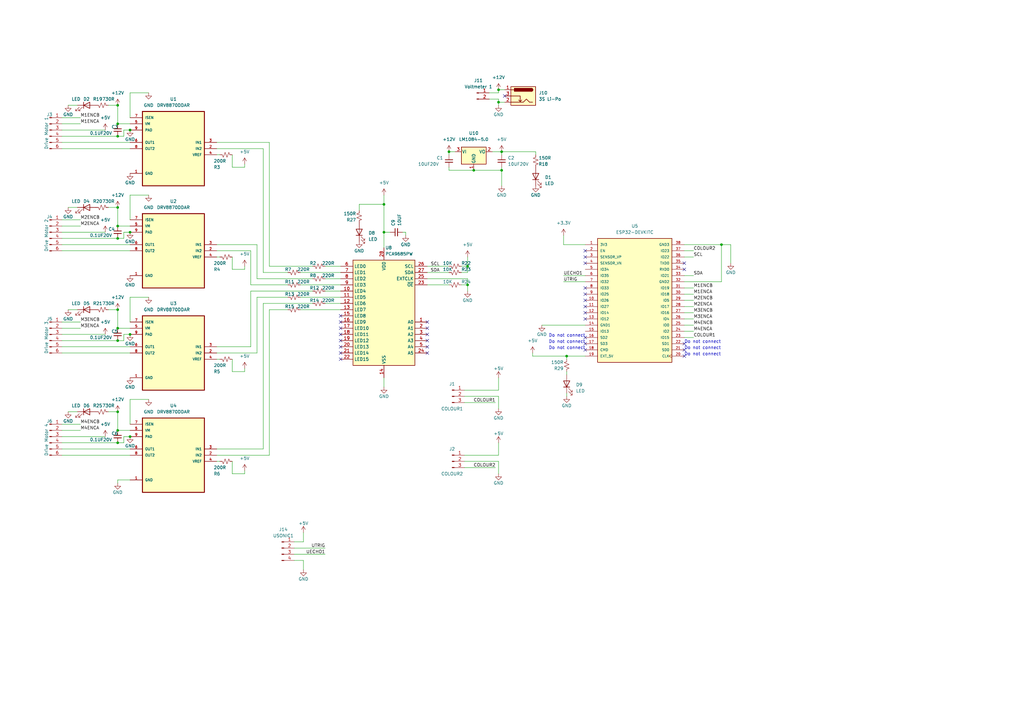
<source format=kicad_sch>
(kicad_sch (version 20211123) (generator eeschema)
  (paper "A3")
  (lib_symbols
    (symbol "Connector:Barrel_Jack_Switch" (pin_names hide)
      (property "Reference" "J" (at 0 5.334 0))
      (property "Value" "Barrel_Jack_Switch" (at 0 -5.08 0))
      (symbol "Barrel_Jack_Switch_0_1"
        (rectangle (start -5.08 3.81) (end 5.08 -3.81) (stroke (width 0.254)) (fill (type background)))
        (arc (start -3.302 3.175) (mid -3.937 2.54) (end -3.302 1.905) (stroke (width 0.254)))
        (arc (start -3.302 3.175) (mid -3.937 2.54) (end -3.302 1.905) (stroke (width 0.254)) (fill (type outline)))
        (polyline (pts (xy 1.27 -2.286) (xy 1.905 -1.651)) (stroke (width 0.254)))
        (polyline (pts (xy 5.08 2.54) (xy 3.81 2.54)) (stroke (width 0.254)))
        (polyline (pts (xy 5.08 0) (xy 1.27 0) (xy 1.27 -2.286) (xy 0.635 -1.651)) (stroke (width 0.254)))
        (polyline (pts (xy -3.81 -2.54) (xy -2.54 -2.54) (xy -1.27 -1.27) (xy 0 -2.54) (xy 2.54 -2.54) (xy 5.08 -2.54)) (stroke (width 0.254)))
        (rectangle (start 3.683 3.175) (end -3.302 1.905) (stroke (width 0.254)) (fill (type outline)))
      )
      (symbol "Barrel_Jack_Switch_1_1"
        (pin passive line (at 7.62 2.54 180) (length 2.54) (name "~") (number "1"))
        (pin passive line (at 7.62 -2.54 180) (length 2.54) (name "~") (number "2"))
        (pin passive line (at 7.62 0 180) (length 2.54) (name "~") (number "3"))
      )
    )
    (symbol "Connector:Conn_01x02_Male" (pin_names (offset 1.016) hide)
      (property "Reference" "J" (at 0 2.54 0))
      (property "Value" "Conn_01x02_Male" (at 0 -5.08 0))
      (symbol "Conn_01x02_Male_1_1"
        (polyline (pts (xy 1.27 -2.54) (xy 0.8636 -2.54)) (stroke (width 0.1524)))
        (polyline (pts (xy 1.27 0) (xy 0.8636 0)) (stroke (width 0.1524)))
        (rectangle (start 0.8636 -2.413) (end 0 -2.667) (stroke (width 0.1524)) (fill (type outline)))
        (rectangle (start 0.8636 0.127) (end 0 -0.127) (stroke (width 0.1524)) (fill (type outline)))
        (pin passive line (at 5.08 0 180) (length 3.81) (name "Pin_1") (number "1"))
        (pin passive line (at 5.08 -2.54 180) (length 3.81) (name "Pin_2") (number "2"))
      )
    )
    (symbol "Connector:Conn_01x03_Male" (pin_names (offset 1.016) hide)
      (property "Reference" "J" (at 0 5.08 0))
      (property "Value" "Conn_01x03_Male" (at 0 -5.08 0))
      (symbol "Conn_01x03_Male_1_1"
        (polyline (pts (xy 1.27 -2.54) (xy 0.8636 -2.54)) (stroke (width 0.1524)))
        (polyline (pts (xy 1.27 0) (xy 0.8636 0)) (stroke (width 0.1524)))
        (polyline (pts (xy 1.27 2.54) (xy 0.8636 2.54)) (stroke (width 0.1524)))
        (rectangle (start 0.8636 -2.413) (end 0 -2.667) (stroke (width 0.1524)) (fill (type outline)))
        (rectangle (start 0.8636 0.127) (end 0 -0.127) (stroke (width 0.1524)) (fill (type outline)))
        (rectangle (start 0.8636 2.667) (end 0 2.413) (stroke (width 0.1524)) (fill (type outline)))
        (pin passive line (at 5.08 2.54 180) (length 3.81) (name "Pin_1") (number "1"))
        (pin passive line (at 5.08 0 180) (length 3.81) (name "Pin_2") (number "2"))
        (pin passive line (at 5.08 -2.54 180) (length 3.81) (name "Pin_3") (number "3"))
      )
    )
    (symbol "Connector:Conn_01x04_Male" (pin_names (offset 1.016) hide)
      (property "Reference" "J" (at 0 5.08 0))
      (property "Value" "Conn_01x04_Male" (at 0 -7.62 0))
      (symbol "Conn_01x04_Male_1_1"
        (polyline (pts (xy 1.27 -5.08) (xy 0.8636 -5.08)) (stroke (width 0.1524)))
        (polyline (pts (xy 1.27 -2.54) (xy 0.8636 -2.54)) (stroke (width 0.1524)))
        (polyline (pts (xy 1.27 0) (xy 0.8636 0)) (stroke (width 0.1524)))
        (polyline (pts (xy 1.27 2.54) (xy 0.8636 2.54)) (stroke (width 0.1524)))
        (rectangle (start 0.8636 -4.953) (end 0 -5.207) (stroke (width 0.1524)) (fill (type outline)))
        (rectangle (start 0.8636 -2.413) (end 0 -2.667) (stroke (width 0.1524)) (fill (type outline)))
        (rectangle (start 0.8636 0.127) (end 0 -0.127) (stroke (width 0.1524)) (fill (type outline)))
        (rectangle (start 0.8636 2.667) (end 0 2.413) (stroke (width 0.1524)) (fill (type outline)))
        (pin passive line (at 5.08 2.54 180) (length 3.81) (name "Pin_1") (number "1"))
        (pin passive line (at 5.08 0 180) (length 3.81) (name "Pin_2") (number "2"))
        (pin passive line (at 5.08 -2.54 180) (length 3.81) (name "Pin_3") (number "3"))
        (pin passive line (at 5.08 -5.08 180) (length 3.81) (name "Pin_4") (number "4"))
      )
    )
    (symbol "Connector:Conn_01x06_Male" (pin_names (offset 1.016) hide)
      (property "Reference" "J" (at 0 7.62 0))
      (property "Value" "Conn_01x06_Male" (at 0 -10.16 0))
      (symbol "Conn_01x06_Male_1_1"
        (polyline (pts (xy 1.27 -7.62) (xy 0.8636 -7.62)) (stroke (width 0.1524)))
        (polyline (pts (xy 1.27 -5.08) (xy 0.8636 -5.08)) (stroke (width 0.1524)))
        (polyline (pts (xy 1.27 -2.54) (xy 0.8636 -2.54)) (stroke (width 0.1524)))
        (polyline (pts (xy 1.27 0) (xy 0.8636 0)) (stroke (width 0.1524)))
        (polyline (pts (xy 1.27 2.54) (xy 0.8636 2.54)) (stroke (width 0.1524)))
        (polyline (pts (xy 1.27 5.08) (xy 0.8636 5.08)) (stroke (width 0.1524)))
        (rectangle (start 0.8636 -7.493) (end 0 -7.747) (stroke (width 0.1524)) (fill (type outline)))
        (rectangle (start 0.8636 -4.953) (end 0 -5.207) (stroke (width 0.1524)) (fill (type outline)))
        (rectangle (start 0.8636 -2.413) (end 0 -2.667) (stroke (width 0.1524)) (fill (type outline)))
        (rectangle (start 0.8636 0.127) (end 0 -0.127) (stroke (width 0.1524)) (fill (type outline)))
        (rectangle (start 0.8636 2.667) (end 0 2.413) (stroke (width 0.1524)) (fill (type outline)))
        (rectangle (start 0.8636 5.207) (end 0 4.953) (stroke (width 0.1524)) (fill (type outline)))
        (pin passive line (at 5.08 5.08 180) (length 3.81) (name "Pin_1") (number "1"))
        (pin passive line (at 5.08 2.54 180) (length 3.81) (name "Pin_2") (number "2"))
        (pin passive line (at 5.08 0 180) (length 3.81) (name "Pin_3") (number "3"))
        (pin passive line (at 5.08 -2.54 180) (length 3.81) (name "Pin_4") (number "4"))
        (pin passive line (at 5.08 -5.08 180) (length 3.81) (name "Pin_5") (number "5"))
        (pin passive line (at 5.08 -7.62 180) (length 3.81) (name "Pin_6") (number "6"))
      )
    )
    (symbol "DRV8870DDAR:DRV8870DDAR" (pin_names (offset 1.016))
      (property "Reference" "U" (at -12.7 16.24 0))
      (property "Value" "DRV8870DDAR" (at -12.7 -19.24 0))
      (symbol "DRV8870DDAR_0_0"
        (rectangle (start -12.7 -15.24) (end 12.7 15.24) (stroke (width 0.41)) (fill (type background)))
        (pin power_in line (at 17.78 -10.16 180) (length 5.08) (name "GND") (number "1"))
        (pin input line (at -17.78 0 0) (length 5.08) (name "IN2") (number "2"))
        (pin input line (at -17.78 2.54 0) (length 5.08) (name "IN1") (number "3"))
        (pin input line (at -17.78 -2.54 0) (length 5.08) (name "VREF") (number "4"))
        (pin power_in line (at 17.78 10.16 180) (length 5.08) (name "VM") (number "5"))
        (pin output line (at 17.78 2.54 180) (length 5.08) (name "OUT1") (number "6"))
        (pin power_in line (at 17.78 12.7 180) (length 5.08) (name "ISEN") (number "7"))
        (pin output line (at 17.78 0 180) (length 5.08) (name "OUT2") (number "8"))
        (pin power_in line (at 17.78 7.62 180) (length 5.08) (name "PAD") (number "9"))
      )
    )
    (symbol "Device:C_Small" (pin_numbers hide) (pin_names (offset 0.254) hide)
      (property "Reference" "C" (at 0.254 1.778 0))
      (property "Value" "C_Small" (at 0.254 -2.032 0))
      (symbol "C_Small_0_1"
        (polyline (pts (xy -1.524 -0.508) (xy 1.524 -0.508)) (stroke (width 0.3302)))
        (polyline (pts (xy -1.524 0.508) (xy 1.524 0.508)) (stroke (width 0.3048)))
      )
      (symbol "C_Small_1_1"
        (pin passive line (at 0 2.54 270) (length 2.032) (name "~") (number "1"))
        (pin passive line (at 0 -2.54 90) (length 2.032) (name "~") (number "2"))
      )
    )
    (symbol "Device:LED" (pin_numbers hide) (pin_names (offset 1.016) hide)
      (property "Reference" "D" (at 0 2.54 0))
      (property "Value" "LED" (at 0 -2.54 0))
      (symbol "LED_0_1"
        (polyline (pts (xy -1.27 -1.27) (xy -1.27 1.27)) (stroke (width 0.254)))
        (polyline (pts (xy -1.27 0) (xy 1.27 0)))
        (polyline (pts (xy 1.27 -1.27) (xy 1.27 1.27) (xy -1.27 0) (xy 1.27 -1.27)) (stroke (width 0.254)))
        (polyline (pts (xy -3.048 -0.762) (xy -4.572 -2.286) (xy -3.81 -2.286) (xy -4.572 -2.286) (xy -4.572 -1.524)))
        (polyline (pts (xy -1.778 -0.762) (xy -3.302 -2.286) (xy -2.54 -2.286) (xy -3.302 -2.286) (xy -3.302 -1.524)))
      )
      (symbol "LED_1_1"
        (pin passive line (at -3.81 0 0) (length 2.54) (name "K") (number "1"))
        (pin passive line (at 3.81 0 180) (length 2.54) (name "A") (number "2"))
      )
    )
    (symbol "Device:R_Small_US" (pin_numbers hide) (pin_names (offset 0.254) hide)
      (property "Reference" "R" (at 0.762 0.508 0))
      (property "Value" "R_Small_US" (at 0.762 -1.016 0))
      (symbol "R_Small_US_1_1"
        (polyline (pts (xy 0 0) (xy 1.016 -0.381) (xy 0 -0.762) (xy -1.016 -1.143) (xy 0 -1.524)))
        (polyline (pts (xy 0 1.524) (xy 1.016 1.143) (xy 0 0.762) (xy -1.016 0.381) (xy 0 0)))
        (pin passive line (at 0 2.54 270) (length 1.016) (name "~") (number "1"))
        (pin passive line (at 0 -2.54 90) (length 1.016) (name "~") (number "2"))
      )
    )
    (symbol "Driver_LED:PCA9685PW"
      (property "Reference" "U" (at -12.7 22.225 0))
      (property "Value" "PCA9685PW" (at 1.27 22.225 0))
      (symbol "PCA9685PW_0_1"
        (rectangle (start -12.7 20.32) (end 12.7 -22.86) (stroke (width 0.254)) (fill (type background)))
      )
      (symbol "PCA9685PW_1_1"
        (pin input line (at -17.78 -5.08 0) (length 5.08) (name "A0") (number "1"))
        (pin output line (at 17.78 7.62 180) (length 5.08) (name "LED4") (number "10"))
        (pin output line (at 17.78 5.08 180) (length 5.08) (name "LED5") (number "11"))
        (pin output line (at 17.78 2.54 180) (length 5.08) (name "LED6") (number "12"))
        (pin output line (at 17.78 0 180) (length 5.08) (name "LED7") (number "13"))
        (pin power_in line (at 0 -27.94 90) (length 5.08) (name "VSS") (number "14"))
        (pin output line (at 17.78 -2.54 180) (length 5.08) (name "LED8") (number "15"))
        (pin output line (at 17.78 -5.08 180) (length 5.08) (name "LED9") (number "16"))
        (pin output line (at 17.78 -7.62 180) (length 5.08) (name "LED10") (number "17"))
        (pin output line (at 17.78 -10.16 180) (length 5.08) (name "LED11") (number "18"))
        (pin output line (at 17.78 -12.7 180) (length 5.08) (name "LED12") (number "19"))
        (pin input line (at -17.78 -7.62 0) (length 5.08) (name "A1") (number "2"))
        (pin output line (at 17.78 -15.24 180) (length 5.08) (name "LED13") (number "20"))
        (pin output line (at 17.78 -17.78 180) (length 5.08) (name "LED14") (number "21"))
        (pin output line (at 17.78 -20.32 180) (length 5.08) (name "LED15") (number "22"))
        (pin input line (at -17.78 10.16 0) (length 5.08) (name "~{OE}") (number "23"))
        (pin input line (at -17.78 -17.78 0) (length 5.08) (name "A5") (number "24"))
        (pin input line (at -17.78 12.7 0) (length 5.08) (name "EXTCLK") (number "25"))
        (pin input line (at -17.78 17.78 0) (length 5.08) (name "SCL") (number "26"))
        (pin bidirectional line (at -17.78 15.24 0) (length 5.08) (name "SDA") (number "27"))
        (pin power_in line (at 0 25.4 270) (length 5.08) (name "VDD") (number "28"))
        (pin input line (at -17.78 -10.16 0) (length 5.08) (name "A2") (number "3"))
        (pin input line (at -17.78 -12.7 0) (length 5.08) (name "A3") (number "4"))
        (pin input line (at -17.78 -15.24 0) (length 5.08) (name "A4") (number "5"))
        (pin output line (at 17.78 17.78 180) (length 5.08) (name "LED0") (number "6"))
        (pin output line (at 17.78 15.24 180) (length 5.08) (name "LED1") (number "7"))
        (pin output line (at 17.78 12.7 180) (length 5.08) (name "LED2") (number "8"))
        (pin output line (at 17.78 10.16 180) (length 5.08) (name "LED3") (number "9"))
      )
    )
    (symbol "ESP32-DEVKITC:ESP32-DEVKITC" (pin_names (offset 1.016))
      (property "Reference" "U" (at -15.2572 26.0643 0))
      (property "Value" "ESP32-DEVKITC" (at -15.2563 -27.9698 0))
      (symbol "ESP32-DEVKITC_0_0"
        (rectangle (start -15.24 -25.4) (end 15.24 25.4) (stroke (width 0.254)) (fill (type background)))
        (pin power_in line (at -20.32 22.86 0) (length 5.08) (name "3V3") (number "1"))
        (pin bidirectional line (at -20.32 0 0) (length 5.08) (name "IO26") (number "10"))
        (pin bidirectional line (at -20.32 -2.54 0) (length 5.08) (name "IO27") (number "11"))
        (pin bidirectional line (at -20.32 -5.08 0) (length 5.08) (name "IO14") (number "12"))
        (pin bidirectional line (at -20.32 -7.62 0) (length 5.08) (name "IO12") (number "13"))
        (pin power_in line (at -20.32 -10.16 0) (length 5.08) (name "GND1") (number "14"))
        (pin bidirectional line (at -20.32 -12.7 0) (length 5.08) (name "IO13") (number "15"))
        (pin bidirectional line (at -20.32 -15.24 0) (length 5.08) (name "SD2") (number "16"))
        (pin bidirectional line (at -20.32 -17.78 0) (length 5.08) (name "SD3") (number "17"))
        (pin bidirectional line (at -20.32 -20.32 0) (length 5.08) (name "CMD") (number "18"))
        (pin power_in line (at -20.32 -22.86 0) (length 5.08) (name "EXT_5V") (number "19"))
        (pin input line (at -20.32 20.32 0) (length 5.08) (name "EN") (number "2"))
        (pin input clock (at 20.32 -22.86 180) (length 5.08) (name "CLK") (number "20"))
        (pin bidirectional line (at 20.32 -20.32 180) (length 5.08) (name "SD0") (number "21"))
        (pin bidirectional line (at 20.32 -17.78 180) (length 5.08) (name "SD1") (number "22"))
        (pin bidirectional line (at 20.32 -15.24 180) (length 5.08) (name "IO15") (number "23"))
        (pin bidirectional line (at 20.32 -12.7 180) (length 5.08) (name "IO2") (number "24"))
        (pin bidirectional line (at 20.32 -10.16 180) (length 5.08) (name "IO0") (number "25"))
        (pin bidirectional line (at 20.32 -7.62 180) (length 5.08) (name "IO4") (number "26"))
        (pin bidirectional line (at 20.32 -5.08 180) (length 5.08) (name "IO16") (number "27"))
        (pin bidirectional line (at 20.32 -2.54 180) (length 5.08) (name "IO17") (number "28"))
        (pin bidirectional line (at 20.32 0 180) (length 5.08) (name "IO5") (number "29"))
        (pin input line (at -20.32 17.78 0) (length 5.08) (name "SENSOR_VP") (number "3"))
        (pin bidirectional line (at 20.32 2.54 180) (length 5.08) (name "IO18") (number "30"))
        (pin bidirectional line (at 20.32 5.08 180) (length 5.08) (name "IO19") (number "31"))
        (pin power_in line (at 20.32 7.62 180) (length 5.08) (name "GND2") (number "32"))
        (pin bidirectional line (at 20.32 10.16 180) (length 5.08) (name "IO21") (number "33"))
        (pin input line (at 20.32 12.7 180) (length 5.08) (name "RXD0") (number "34"))
        (pin output line (at 20.32 15.24 180) (length 5.08) (name "TXD0") (number "35"))
        (pin bidirectional line (at 20.32 17.78 180) (length 5.08) (name "IO22") (number "36"))
        (pin bidirectional line (at 20.32 20.32 180) (length 5.08) (name "IO23") (number "37"))
        (pin power_in line (at 20.32 22.86 180) (length 5.08) (name "GND3") (number "38"))
        (pin input line (at -20.32 15.24 0) (length 5.08) (name "SENSOR_VN") (number "4"))
        (pin bidirectional line (at -20.32 12.7 0) (length 5.08) (name "IO34") (number "5"))
        (pin bidirectional line (at -20.32 10.16 0) (length 5.08) (name "IO35") (number "6"))
        (pin bidirectional line (at -20.32 7.62 0) (length 5.08) (name "IO32") (number "7"))
        (pin bidirectional line (at -20.32 5.08 0) (length 5.08) (name "IO33") (number "8"))
        (pin bidirectional line (at -20.32 2.54 0) (length 5.08) (name "IO25") (number "9"))
      )
    )
    (symbol "Regulator_Linear:LM1084-5.0" (pin_names (offset 0.254))
      (property "Reference" "U" (at -3.81 3.175 0))
      (property "Value" "LM1084-5.0" (at 0 3.175 0))
      (symbol "LM1084-5.0_0_1"
        (rectangle (start -5.08 1.905) (end 5.08 -5.08) (stroke (width 0.254)) (fill (type background)))
      )
      (symbol "LM1084-5.0_1_1"
        (pin power_in line (at 0 -7.62 90) (length 2.54) (name "GND") (number "1"))
        (pin power_out line (at 7.62 0 180) (length 2.54) (name "VO") (number "2"))
        (pin power_in line (at -7.62 0 0) (length 2.54) (name "VI") (number "3"))
      )
    )
    (symbol "power:+12V" (power) (pin_names (offset 0))
      (property "Value" "+12V" (at 0 3.556 0))
      (symbol "+12V_0_1"
        (polyline (pts (xy -0.762 1.27) (xy 0 2.54)))
        (polyline (pts (xy 0 0) (xy 0 2.54)))
        (polyline (pts (xy 0 2.54) (xy 0.762 1.27)))
      )
      (symbol "+12V_1_1"
        (pin power_in line (at 0 0 90) (length 0) hide (name "+12V") (number "1"))
      )
    )
    (symbol "power:+3.3V" (power) (pin_names (offset 0))
      (property "Value" "+3.3V" (at 0 3.556 0))
      (symbol "+3.3V_0_1"
        (polyline (pts (xy -0.762 1.27) (xy 0 2.54)))
        (polyline (pts (xy 0 0) (xy 0 2.54)))
        (polyline (pts (xy 0 2.54) (xy 0.762 1.27)))
      )
      (symbol "+3.3V_1_1"
        (pin power_in line (at 0 0 90) (length 0) hide (name "+3.3V") (number "1"))
      )
    )
    (symbol "power:+5V" (power) (pin_names (offset 0))
      (property "Value" "+5V" (at 0 3.556 0))
      (symbol "+5V_0_1"
        (polyline (pts (xy -0.762 1.27) (xy 0 2.54)))
        (polyline (pts (xy 0 0) (xy 0 2.54)))
        (polyline (pts (xy 0 2.54) (xy 0.762 1.27)))
      )
      (symbol "+5V_1_1"
        (pin power_in line (at 0 0 90) (length 0) hide (name "+5V") (number "1"))
      )
    )
    (symbol "power:GND" (power) (pin_names (offset 0))
      (property "Value" "GND" (at 0 -3.81 0))
      (symbol "GND_0_1"
        (polyline (pts (xy 0 0) (xy 0 -1.27) (xy 1.27 -1.27) (xy 0 -2.54) (xy -1.27 -1.27) (xy 0 -1.27)))
      )
      (symbol "GND_1_1"
        (pin power_in line (at 0 0 270) (length 0) hide (name "GND") (number "1"))
      )
    )
  )
  (junction (at 204.47 36.83))
  (junction (at 204.47 41.91))
  (junction (at 53.34 95.25))
  (junction (at 48.26 97.79))
  (junction (at 48.26 92.71))
  (junction (at 48.26 139.7))
  (junction (at 191.77 116.84))
  (junction (at 191.77 109.22))
  (junction (at 157.48 95.25))
  (junction (at 48.26 43.18))
  (junction (at 53.34 53.34))
  (junction (at 53.34 179.07))
  (junction (at 232.41 146.05))
  (junction (at 48.26 176.53))
  (junction (at 295.91 100.33))
  (junction (at 205.74 62.23))
  (junction (at 48.26 181.61))
  (junction (at 184.15 62.23))
  (junction (at 53.34 137.16))
  (junction (at 48.26 127))
  (junction (at 157.48 83.82))
  (junction (at 48.26 168.91))
  (junction (at 205.74 69.85))
  (junction (at 48.26 50.8))
  (junction (at 48.26 55.88))
  (junction (at 48.26 134.62))
  (junction (at 48.26 85.09))
  (junction (at 194.31 69.85))
  (no_connect (at 175.26 134.62))
  (no_connect (at 240.03 120.65))
  (no_connect (at 139.7 134.62))
  (no_connect (at 175.26 144.78))
  (no_connect (at 240.03 128.27))
  (no_connect (at 175.26 139.7))
  (no_connect (at 175.26 142.24))
  (no_connect (at 280.67 110.49))
  (no_connect (at 139.7 137.16))
  (no_connect (at 240.03 140.97))
  (no_connect (at 139.7 147.32))
  (no_connect (at 139.7 132.08))
  (no_connect (at 175.26 132.08))
  (no_connect (at 280.67 143.51))
  (no_connect (at 240.03 107.95))
  (no_connect (at 240.03 125.73))
  (no_connect (at 175.26 137.16))
  (no_connect (at 280.67 140.97))
  (no_connect (at 280.67 146.05))
  (no_connect (at 240.03 130.81))
  (no_connect (at 240.03 102.87))
  (no_connect (at 139.7 139.7))
  (no_connect (at 240.03 123.19))
  (no_connect (at 207.01 39.37))
  (no_connect (at 280.67 107.95))
  (no_connect (at 139.7 144.78))
  (no_connect (at 139.7 129.54))
  (no_connect (at 240.03 118.11))
  (no_connect (at 240.03 105.41))
  (no_connect (at 240.03 138.43))
  (no_connect (at 139.7 142.24))
  (no_connect (at 240.03 143.51))
  (wire (pts (xy 100.33 109.22) (xy 100.33 110.49)))
  (wire (pts (xy 53.34 80.01) (xy 60.96 80.01)))
  (wire (pts (xy 184.15 69.85) (xy 194.31 69.85)))
  (wire (pts (xy 201.93 62.23) (xy 205.74 62.23)))
  (wire (pts (xy 27.94 85.09) (xy 31.75 85.09)))
  (wire (pts (xy 204.47 36.83) (xy 207.01 36.83)))
  (wire (pts (xy 280.67 105.41) (xy 284.48 105.41)))
  (wire (pts (xy 175.26 114.3) (xy 191.77 114.3)))
  (wire (pts (xy 110.49 186.69) (xy 88.9 186.69)))
  (wire (pts (xy 53.34 38.1) (xy 53.34 48.26)))
  (wire (pts (xy 191.77 114.3) (xy 191.77 116.84)))
  (wire (pts (xy 107.95 60.96) (xy 88.9 60.96)))
  (wire (pts (xy 189.23 116.84) (xy 191.77 116.84)))
  (wire (pts (xy 53.34 121.92) (xy 53.34 132.08)))
  (wire (pts (xy 120.65 222.25) (xy 124.46 222.25)))
  (wire (pts (xy 100.33 151.13) (xy 100.33 152.4)))
  (wire (pts (xy 107.95 184.15) (xy 88.9 184.15)))
  (wire (pts (xy 110.49 109.22) (xy 110.49 58.42)))
  (wire (pts (xy 133.35 119.38) (xy 139.7 119.38)))
  (wire (pts (xy 200.66 38.1) (xy 204.47 38.1)))
  (wire (pts (xy 105.41 114.3) (xy 105.41 100.33)))
  (wire (pts (xy 27.94 168.91) (xy 31.75 168.91)))
  (wire (pts (xy 295.91 115.57) (xy 295.91 100.33)))
  (wire (pts (xy 44.45 43.18) (xy 48.26 43.18)))
  (wire (pts (xy 200.66 40.64) (xy 204.47 40.64)))
  (wire (pts (xy 280.67 115.57) (xy 295.91 115.57)))
  (wire (pts (xy 120.65 224.79) (xy 133.35 224.79)))
  (wire (pts (xy 157.48 154.94) (xy 157.48 158.75)))
  (wire (pts (xy 102.87 116.84) (xy 102.87 102.87)))
  (wire (pts (xy 184.15 68.58) (xy 184.15 69.85)))
  (wire (pts (xy 157.48 95.25) (xy 157.48 101.6)))
  (wire (pts (xy 189.23 109.22) (xy 191.77 109.22)))
  (wire (pts (xy 95.25 105.41) (xy 95.25 110.49)))
  (wire (pts (xy 204.47 38.1) (xy 204.47 36.83)))
  (wire (pts (xy 204.47 154.94) (xy 204.47 160.02)))
  (wire (pts (xy 53.34 80.01) (xy 53.34 90.17)))
  (wire (pts (xy 50.8 179.07) (xy 53.34 179.07)))
  (wire (pts (xy 190.5 189.23) (xy 204.47 189.23)))
  (wire (pts (xy 88.9 63.5) (xy 90.17 63.5)))
  (wire (pts (xy 280.67 128.27) (xy 284.48 128.27)))
  (wire (pts (xy 205.74 68.58) (xy 205.74 69.85)))
  (wire (pts (xy 25.4 184.15) (xy 53.34 184.15)))
  (wire (pts (xy 157.48 80.01) (xy 157.48 83.82)))
  (wire (pts (xy 204.47 181.61) (xy 204.47 186.69)))
  (wire (pts (xy 50.8 137.16) (xy 53.34 137.16)))
  (wire (pts (xy 53.34 163.83) (xy 60.96 163.83)))
  (wire (pts (xy 95.25 63.5) (xy 95.25 68.58)))
  (wire (pts (xy 280.67 130.81) (xy 284.48 130.81)))
  (wire (pts (xy 50.8 181.61) (xy 50.8 179.07)))
  (wire (pts (xy 105.41 144.78) (xy 88.9 144.78)))
  (wire (pts (xy 107.95 111.76) (xy 118.11 111.76)))
  (wire (pts (xy 25.4 181.61) (xy 48.26 181.61)))
  (wire (pts (xy 232.41 161.29) (xy 232.41 162.56)))
  (wire (pts (xy 147.32 83.82) (xy 157.48 83.82)))
  (wire (pts (xy 48.26 55.88) (xy 25.4 55.88)))
  (wire (pts (xy 27.94 43.18) (xy 31.75 43.18)))
  (wire (pts (xy 107.95 111.76) (xy 107.95 60.96)))
  (wire (pts (xy 100.33 193.04) (xy 100.33 194.31)))
  (wire (pts (xy 218.44 146.05) (xy 232.41 146.05)))
  (wire (pts (xy 48.26 168.91) (xy 48.26 176.53)))
  (wire (pts (xy 48.26 50.8) (xy 53.34 50.8)))
  (wire (pts (xy 50.8 95.25) (xy 53.34 95.25)))
  (wire (pts (xy 25.4 48.26) (xy 33.02 48.26)))
  (wire (pts (xy 25.4 97.79) (xy 48.26 97.79)))
  (wire (pts (xy 175.26 116.84) (xy 184.15 116.84)))
  (wire (pts (xy 120.65 229.87) (xy 124.46 229.87)))
  (wire (pts (xy 231.14 96.52) (xy 231.14 100.33)))
  (wire (pts (xy 95.25 110.49) (xy 100.33 110.49)))
  (wire (pts (xy 133.35 109.22) (xy 139.7 109.22)))
  (wire (pts (xy 95.25 68.58) (xy 100.33 68.58)))
  (wire (pts (xy 232.41 146.05) (xy 232.41 147.32)))
  (wire (pts (xy 27.94 127) (xy 31.75 127)))
  (wire (pts (xy 295.91 100.33) (xy 299.72 100.33)))
  (wire (pts (xy 194.31 69.85) (xy 205.74 69.85)))
  (wire (pts (xy 25.4 173.99) (xy 33.02 173.99)))
  (wire (pts (xy 95.25 194.31) (xy 100.33 194.31)))
  (wire (pts (xy 203.2 191.77) (xy 190.5 191.77)))
  (wire (pts (xy 102.87 102.87) (xy 88.9 102.87)))
  (wire (pts (xy 280.67 113.03) (xy 284.48 113.03)))
  (wire (pts (xy 124.46 218.44) (xy 124.46 222.25)))
  (wire (pts (xy 102.87 119.38) (xy 128.27 119.38)))
  (wire (pts (xy 88.9 189.23) (xy 90.17 189.23)))
  (wire (pts (xy 204.47 41.91) (xy 204.47 43.18)))
  (wire (pts (xy 157.48 83.82) (xy 157.48 95.25)))
  (wire (pts (xy 232.41 152.4) (xy 232.41 153.67)))
  (wire (pts (xy 107.95 124.46) (xy 107.95 184.15)))
  (wire (pts (xy 231.14 113.03) (xy 240.03 113.03)))
  (wire (pts (xy 190.5 162.56) (xy 204.47 162.56)))
  (wire (pts (xy 25.4 102.87) (xy 53.34 102.87)))
  (wire (pts (xy 231.14 115.57) (xy 240.03 115.57)))
  (wire (pts (xy 110.49 127) (xy 118.11 127)))
  (wire (pts (xy 280.67 133.35) (xy 284.48 133.35)))
  (wire (pts (xy 25.4 60.96) (xy 53.34 60.96)))
  (wire (pts (xy 95.25 189.23) (xy 95.25 194.31)))
  (wire (pts (xy 123.19 127) (xy 139.7 127)))
  (wire (pts (xy 48.26 97.79) (xy 50.8 97.79)))
  (wire (pts (xy 299.72 100.33) (xy 299.72 107.95)))
  (wire (pts (xy 44.45 85.09) (xy 48.26 85.09)))
  (wire (pts (xy 25.4 179.07) (xy 43.18 179.07)))
  (wire (pts (xy 123.19 121.92) (xy 139.7 121.92)))
  (wire (pts (xy 50.8 139.7) (xy 50.8 137.16)))
  (wire (pts (xy 53.34 53.34) (xy 50.8 53.34)))
  (wire (pts (xy 189.23 111.76) (xy 191.77 111.76)))
  (wire (pts (xy 284.48 118.11) (xy 280.67 118.11)))
  (wire (pts (xy 48.26 92.71) (xy 53.34 92.71)))
  (wire (pts (xy 48.26 134.62) (xy 53.34 134.62)))
  (wire (pts (xy 175.26 109.22) (xy 184.15 109.22)))
  (wire (pts (xy 25.4 95.25) (xy 43.18 95.25)))
  (wire (pts (xy 123.19 111.76) (xy 139.7 111.76)))
  (wire (pts (xy 48.26 196.85) (xy 48.26 198.12)))
  (wire (pts (xy 219.71 63.5) (xy 219.71 62.23)))
  (wire (pts (xy 50.8 53.34) (xy 50.8 55.88)))
  (wire (pts (xy 48.26 181.61) (xy 50.8 181.61)))
  (wire (pts (xy 110.49 127) (xy 110.49 186.69)))
  (wire (pts (xy 95.25 147.32) (xy 95.25 152.4)))
  (wire (pts (xy 105.41 114.3) (xy 128.27 114.3)))
  (wire (pts (xy 110.49 109.22) (xy 128.27 109.22)))
  (wire (pts (xy 240.03 100.33) (xy 231.14 100.33)))
  (wire (pts (xy 280.67 135.89) (xy 284.48 135.89)))
  (wire (pts (xy 203.2 165.1) (xy 190.5 165.1)))
  (wire (pts (xy 88.9 105.41) (xy 90.17 105.41)))
  (wire (pts (xy 50.8 55.88) (xy 48.26 55.88)))
  (wire (pts (xy 191.77 105.41) (xy 191.77 109.22)))
  (wire (pts (xy 25.4 53.34) (xy 43.18 53.34)))
  (wire (pts (xy 133.35 124.46) (xy 139.7 124.46)))
  (wire (pts (xy 160.02 95.25) (xy 157.48 95.25)))
  (wire (pts (xy 95.25 152.4) (xy 100.33 152.4)))
  (wire (pts (xy 48.26 43.18) (xy 48.26 50.8)))
  (wire (pts (xy 190.5 186.69) (xy 204.47 186.69)))
  (wire (pts (xy 25.4 139.7) (xy 48.26 139.7)))
  (wire (pts (xy 102.87 119.38) (xy 102.87 142.24)))
  (wire (pts (xy 25.4 142.24) (xy 53.34 142.24)))
  (wire (pts (xy 48.26 176.53) (xy 53.34 176.53)))
  (wire (pts (xy 207.01 41.91) (xy 204.47 41.91)))
  (wire (pts (xy 25.4 137.16) (xy 43.18 137.16)))
  (wire (pts (xy 147.32 83.82) (xy 147.32 86.36)))
  (wire (pts (xy 25.4 90.17) (xy 33.02 90.17)))
  (wire (pts (xy 48.26 139.7) (xy 50.8 139.7)))
  (wire (pts (xy 191.77 116.84) (xy 191.77 119.38)))
  (wire (pts (xy 218.44 144.78) (xy 218.44 146.05)))
  (wire (pts (xy 100.33 67.31) (xy 100.33 68.58)))
  (wire (pts (xy 102.87 142.24) (xy 88.9 142.24)))
  (wire (pts (xy 88.9 147.32) (xy 90.17 147.32)))
  (wire (pts (xy 25.4 100.33) (xy 53.34 100.33)))
  (wire (pts (xy 284.48 120.65) (xy 280.67 120.65)))
  (wire (pts (xy 105.41 121.92) (xy 118.11 121.92)))
  (wire (pts (xy 25.4 58.42) (xy 53.34 58.42)))
  (wire (pts (xy 186.69 62.23) (xy 184.15 62.23)))
  (wire (pts (xy 25.4 50.8) (xy 33.02 50.8)))
  (wire (pts (xy 205.74 69.85) (xy 205.74 76.2)))
  (wire (pts (xy 280.67 138.43) (xy 284.48 138.43)))
  (wire (pts (xy 25.4 132.08) (xy 33.02 132.08)))
  (wire (pts (xy 124.46 229.87) (xy 124.46 233.68)))
  (wire (pts (xy 184.15 63.5) (xy 184.15 62.23)))
  (wire (pts (xy 53.34 163.83) (xy 53.34 173.99)))
  (wire (pts (xy 44.45 127) (xy 48.26 127)))
  (wire (pts (xy 280.67 100.33) (xy 295.91 100.33)))
  (wire (pts (xy 60.96 38.1) (xy 53.34 38.1)))
  (wire (pts (xy 204.47 162.56) (xy 204.47 167.64)))
  (wire (pts (xy 205.74 63.5) (xy 205.74 62.23)))
  (wire (pts (xy 204.47 40.64) (xy 204.47 41.91)))
  (wire (pts (xy 284.48 123.19) (xy 280.67 123.19)))
  (wire (pts (xy 50.8 97.79) (xy 50.8 95.25)))
  (wire (pts (xy 105.41 100.33) (xy 88.9 100.33)))
  (wire (pts (xy 105.41 121.92) (xy 105.41 144.78)))
  (wire (pts (xy 25.4 144.78) (xy 53.34 144.78)))
  (wire (pts (xy 175.26 111.76) (xy 184.15 111.76)))
  (wire (pts (xy 44.45 168.91) (xy 48.26 168.91)))
  (wire (pts (xy 191.77 111.76) (xy 191.77 109.22)))
  (wire (pts (xy 110.49 58.42) (xy 88.9 58.42)))
  (wire (pts (xy 222.25 133.35) (xy 240.03 133.35)))
  (wire (pts (xy 204.47 189.23) (xy 204.47 194.31)))
  (wire (pts (xy 107.95 124.46) (xy 128.27 124.46)))
  (wire (pts (xy 120.65 227.33) (xy 133.35 227.33)))
  (wire (pts (xy 60.96 121.92) (xy 53.34 121.92)))
  (wire (pts (xy 102.87 116.84) (xy 118.11 116.84)))
  (wire (pts (xy 232.41 146.05) (xy 240.03 146.05)))
  (wire (pts (xy 123.19 116.84) (xy 139.7 116.84)))
  (wire (pts (xy 48.26 85.09) (xy 48.26 92.71)))
  (wire (pts (xy 166.37 95.25) (xy 166.37 96.52)))
  (wire (pts (xy 190.5 160.02) (xy 204.47 160.02)))
  (wire (pts (xy 25.4 176.53) (xy 33.02 176.53)))
  (wire (pts (xy 48.26 127) (xy 48.26 134.62)))
  (wire (pts (xy 133.35 114.3) (xy 139.7 114.3)))
  (wire (pts (xy 25.4 134.62) (xy 33.02 134.62)))
  (wire (pts (xy 25.4 186.69) (xy 53.34 186.69)))
  (wire (pts (xy 53.34 196.85) (xy 48.26 196.85)))
  (wire (pts (xy 165.1 95.25) (xy 166.37 95.25)))
  (wire (pts (xy 205.74 62.23) (xy 219.71 62.23)))
  (wire (pts (xy 284.48 125.73) (xy 280.67 125.73)))
  (wire (pts (xy 280.67 102.87) (xy 284.48 102.87)))
  (wire (pts (xy 25.4 92.71) (xy 33.02 92.71)))
  (text "Do not connect" (at 280.67 143.51 0) (effects (font (size 1.27 1.27)) (justify left bottom)))
  (text "Do not connect" (at 280.67 140.97 0) (effects (font (size 1.27 1.27)) (justify left bottom)))
  (text "Do not connect" (at 240.03 143.51 180) (effects (font (size 1.27 1.27)) (justify right bottom)))
  (text "Do not connect" (at 280.67 146.05 0) (effects (font (size 1.27 1.27)) (justify left bottom)))
  (text "Do not connect" (at 240.03 138.43 180) (effects (font (size 1.27 1.27)) (justify right bottom)))
  (text "Do not connect" (at 240.03 140.97 180) (effects (font (size 1.27 1.27)) (justify right bottom)))
  (label "M1ENCB" (at 284.48 118.11 0))
  (label "M1ENCB" (at 33.02 48.26 0))
  (label "M4ENCB" (at 284.48 133.35 0))
  (label "M2ENCB" (at 33.02 90.17 0))
  (label "UTRIG" (at 231.14 115.57 0))
  (label "SCL" (at 284.48 105.41 0))
  (label "COLOUR1" (at 284.48 138.43 0))
  (label "M3ENCA" (at 284.48 130.81 0))
  (label "M4ENCA" (at 284.48 135.89 0))
  (label "UECHO1" (at 231.14 113.03 0))
  (label "M4ENCB" (at 33.02 173.99 0))
  (label "M1ENCA" (at 33.02 50.8 0))
  (label "UECHO1" (at 133.35 227.33 180))
  (label "COLOUR2" (at 203.2 191.77 180))
  (label "M2ENCB" (at 284.48 123.19 0))
  (label "M3ENCB" (at 284.48 128.27 0))
  (label "UTRIG" (at 133.35 224.79 180))
  (label "SCL" (at 180.34 109.22 180))
  (label "SDA" (at 180.34 111.76 180))
  (label "COLOUR1" (at 203.2 165.1 180))
  (label "M2ENCA" (at 284.48 125.73 0))
  (label "COLOUR2" (at 284.48 102.87 0))
  (label "M2ENCA" (at 33.02 92.71 0))
  (label "SDA" (at 284.48 113.03 0))
  (label "M1ENCA" (at 284.48 120.65 0))
  (label "M3ENCB" (at 33.02 132.08 0))
  (label "M3ENCA" (at 33.02 134.62 0))
  (label "M4ENCA" (at 33.02 176.53 0))
  (symbol (lib_id "power:GND") (at 157.48 158.75 0) (unit 1)
    (property "Reference" "#PWR08" (effects hide))
    (property "Value" "GND" (at 157.48 162.56 0))
  )
  (symbol (lib_id "Connector:Conn_01x06_Male") (at 20.32 95.25 0) (unit 1)
    (property "Reference" "J4" (at 20.32 88.9 0))
    (property "Value" "Drive Motor 2" (at 19.05 96.52 90))
    (property "Footprint" "Connector_PinHeader_2.54mm:PinHeader_1x06_P2.54mm_Vertical" (effects hide))
  )
  (symbol (lib_id "Device:R_Small_US") (at 92.71 189.23 90) (mirror x) (unit 1)
    (property "Reference" "R6" (at 87.63 194.31 90) (effects (justify right)))
    (property "Value" "200R" (at 87.63 191.77 90) (effects (justify right)))
    (property "Footprint" "Resistor_SMD:R_1206_3216Metric" (effects hide))
  )
  (symbol (lib_id "Device:C_Small") (at 205.74 66.04 0) (mirror y) (unit 1)
    (property "Reference" "C2" (at 208.28 64.77 0) (effects (justify right)))
    (property "Value" "10UF20V" (at 208.28 67.31 0) (effects (justify right)))
    (property "Footprint" "Capacitor_SMD:C_0805_2012Metric" (effects hide))
  )
  (symbol (lib_id "power:GND") (at 204.47 43.18 0) (unit 1)
    (property "Reference" "#PWR0118" (effects hide))
    (property "Value" "GND" (at 204.47 46.99 0))
  )
  (symbol (lib_id "DRV8870DDAR:DRV8870DDAR") (at 71.12 144.78 0) (mirror y) (unit 1)
    (property "Reference" "U3" (at 71.12 124.46 0))
    (property "Value" "DRV8870DDAR" (at 71.12 127 0))
    (property "Footprint" "DRV8870DDAR:VREG_LM5017MR_NOPB" (effects hide))
  )
  (symbol (lib_id "power:+5V") (at 43.18 95.25 0) (unit 1)
    (property "Reference" "#PWR0113" (effects hide))
    (property "Value" "+5V" (at 43.18 90.17 0))
  )
  (symbol (lib_id "Device:R_Small_US") (at 130.81 114.3 90) (mirror x) (unit 1)
    (property "Reference" "R8" (at 127 113.03 90) (effects (justify right)))
    (property "Value" "220R" (at 132.08 113.03 90) (effects (justify right)))
    (property "Footprint" "Resistor_SMD:R_0805_2012Metric" (effects hide))
  )
  (symbol (lib_id "Device:R_Small_US") (at 120.65 121.92 90) (mirror x) (unit 1)
    (property "Reference" "R13" (at 116.84 120.65 90) (effects (justify right)))
    (property "Value" "220R" (at 121.92 120.65 90) (effects (justify right)))
    (property "Footprint" "Resistor_SMD:R_0805_2012Metric" (effects hide))
  )
  (symbol (lib_id "power:+5V") (at 204.47 181.61 0) (unit 1)
    (property "Reference" "#PWR0116" (effects hide))
    (property "Value" "+5V" (at 204.47 177.8 0))
  )
  (symbol (lib_id "power:GND") (at 27.94 85.09 0) (unit 1)
    (property "Reference" "#PWR0140" (effects hide))
    (property "Value" "GND" (at 27.94 88.9 0))
  )
  (symbol (lib_id "power:GND") (at 60.96 80.01 0) (unit 1)
    (property "Reference" "#PWR0129" (effects hide))
    (property "Value" "GND" (at 60.96 85.09 0))
  )
  (symbol (lib_id "power:+12V") (at 48.26 85.09 0) (unit 1)
    (property "Reference" "#PWR0133" (effects hide))
    (property "Value" "+12V" (at 48.26 80.01 0))
  )
  (symbol (lib_id "Device:R_Small_US") (at 120.65 111.76 90) (mirror x) (unit 1)
    (property "Reference" "R7" (at 116.84 110.49 90) (effects (justify right)))
    (property "Value" "220R" (at 121.92 110.49 90) (effects (justify right)))
    (property "Footprint" "Resistor_SMD:R_0805_2012Metric" (effects hide))
  )
  (symbol (lib_id "power:+3.3V") (at 231.14 96.52 0) (unit 1)
    (property "Reference" "#PWR0150" (effects hide))
    (property "Value" "+3.3V" (at 231.14 91.44 0))
  )
  (symbol (lib_id "Device:C_Small") (at 184.15 66.04 0) (mirror y) (unit 1)
    (property "Reference" "C1" (at 179.07 64.77 0) (effects (justify right)))
    (property "Value" "10UF20V" (at 171.45 67.31 0) (effects (justify right)))
    (property "Footprint" "Capacitor_SMD:C_0805_2012Metric" (effects hide))
  )
  (symbol (lib_id "power:GND") (at 53.34 154.94 0) (unit 1)
    (property "Reference" "#PWR0108" (effects hide))
    (property "Value" "GND" (at 53.34 158.75 0))
  )
  (symbol (lib_id "Device:R_Small_US") (at 186.69 111.76 90) (mirror x) (unit 1)
    (property "Reference" "R23" (at 189.23 110.49 90) (effects (justify right)))
    (property "Value" "10K" (at 181.61 110.49 90) (effects (justify right)))
    (property "Footprint" "Resistor_SMD:R_0805_2012Metric" (effects hide))
  )
  (symbol (lib_id "power:GND") (at 204.47 167.64 0) (unit 1)
    (property "Reference" "#PWR0130" (effects hide))
    (property "Value" "GND" (at 204.47 171.45 0))
  )
  (symbol (lib_id "Device:R_Small_US") (at 92.71 63.5 90) (mirror x) (unit 1)
    (property "Reference" "R3" (at 87.63 68.58 90) (effects (justify right)))
    (property "Value" "200R" (at 87.63 66.04 90) (effects (justify right)))
    (property "Footprint" "Resistor_SMD:R_1206_3216Metric" (effects hide))
  )
  (symbol (lib_id "power:+5V") (at 100.33 109.22 0) (unit 1)
    (property "Reference" "#PWR0127" (effects hide))
    (property "Value" "+5V" (at 100.33 104.14 0))
  )
  (symbol (lib_id "Driver_LED:PCA9685PW") (at 157.48 127 0) (mirror y) (unit 1)
    (property "Reference" "U8" (at 158.0006 101.6 0) (effects (justify right)))
    (property "Value" "PCA9685PW" (at 158.0006 104.14 0) (effects (justify right)))
    (property "Footprint" "Package_SO:TSSOP-28_4.4x9.7mm_P0.65mm" (effects hide))
    (property "Datasheet" "http://www.nxp.com/documents/data_sheet/PCA9685.pdf" (effects hide))
  )
  (symbol (lib_id "Regulator_Linear:LM1084-5.0") (at 194.31 62.23 0) (unit 1)
    (property "Reference" "U10" (at 194.31 54.61 0))
    (property "Value" "LM1084-5.0" (at 194.31 57.15 0))
    (property "Footprint" "Package_TO_SOT_SMD:TO-263-3_TabPin2" (effects hide))
    (property "Datasheet" "http://www.ti.com/lit/ds/symlink/lm1084.pdf" (effects hide))
  )
  (symbol (lib_id "power:GND") (at 53.34 137.16 0) (unit 1)
    (property "Reference" "#PWR0109" (effects hide))
    (property "Value" "GND" (at 53.34 140.97 0))
  )
  (symbol (lib_id "Device:LED") (at 35.56 43.18 0) (unit 1)
    (property "Reference" "D2" (at 36.83 40.64 0) (effects (justify right)))
    (property "Value" "LED" (at 33.02 40.64 0) (effects (justify right)))
    (property "Footprint" "LED_SMD:LED_0603_1608Metric" (effects hide))
  )
  (symbol (lib_id "power:GND") (at 191.77 119.38 0) (unit 1)
    (property "Reference" "#PWR014" (effects hide))
    (property "Value" "GND" (at 191.77 123.19 0))
  )
  (symbol (lib_id "Device:R_Small_US") (at 41.91 127 90) (mirror x) (unit 1)
    (property "Reference" "R21" (at 38.1 124.46 90) (effects (justify right)))
    (property "Value" "730R" (at 41.91 124.46 90) (effects (justify right)))
    (property "Footprint" "Resistor_SMD:R_0805_2012Metric" (effects hide))
  )
  (symbol (lib_id "power:GND") (at 60.96 163.83 0) (unit 1)
    (property "Reference" "#PWR0122" (effects hide))
    (property "Value" "GND" (at 60.96 168.91 0))
  )
  (symbol (lib_id "power:GND") (at 53.34 71.12 0) (unit 1)
    (property "Reference" "#PWR0112" (effects hide))
    (property "Value" "GND" (at 53.34 74.93 0))
  )
  (symbol (lib_id "power:GND") (at 53.34 179.07 0) (unit 1)
    (property "Reference" "#PWR0105" (effects hide))
    (property "Value" "GND" (at 53.34 182.88 0))
  )
  (symbol (lib_id "power:+5V") (at 204.47 154.94 0) (unit 1)
    (property "Reference" "#PWR0117" (effects hide))
    (property "Value" "+5V" (at 204.47 151.13 0))
  )
  (symbol (lib_id "power:GND") (at 166.37 96.52 0) (unit 1)
    (property "Reference" "#PWR010" (effects hide))
    (property "Value" "GND" (at 166.37 100.33 0))
  )
  (symbol (lib_id "power:+5V") (at 43.18 53.34 0) (unit 1)
    (property "Reference" "#PWR0114" (effects hide))
    (property "Value" "+5V" (at 43.18 48.26 0))
  )
  (symbol (lib_id "Device:C_Small") (at 48.26 137.16 0) (mirror y) (unit 1)
    (property "Reference" "C5" (at 45.72 135.89 0) (effects (justify right)))
    (property "Value" "0.1UF20V" (at 36.83 138.43 0) (effects (justify right)))
    (property "Footprint" "Capacitor_SMD:C_0805_2012Metric" (effects hide))
  )
  (symbol (lib_id "power:GND") (at 205.74 76.2 0) (unit 1)
    (property "Reference" "#PWR0101" (effects hide))
    (property "Value" "GND" (at 205.74 80.01 0))
  )
  (symbol (lib_id "power:GND") (at 60.96 38.1 0) (unit 1)
    (property "Reference" "#PWR0125" (effects hide))
    (property "Value" "GND" (at 60.96 43.18 0))
  )
  (symbol (lib_id "Connector:Conn_01x04_Male") (at 115.57 224.79 0) (unit 1)
    (property "Reference" "J14" (at 116.205 217.17 0))
    (property "Value" "USONIC1" (at 116.205 219.71 0))
    (property "Footprint" "Connector_PinHeader_2.54mm:PinHeader_1x04_P2.54mm_Vertical" (effects hide))
  )
  (symbol (lib_id "power:GND") (at 232.41 162.56 0) (unit 1)
    (property "Reference" "#PWR0153" (effects hide))
    (property "Value" "GND" (at 232.41 166.37 0))
  )
  (symbol (lib_id "Device:R_Small_US") (at 147.32 88.9 0) (mirror x) (unit 1)
    (property "Reference" "R27" (at 146.05 90.17 0) (effects (justify right)))
    (property "Value" "150R" (at 146.05 87.63 0) (effects (justify right)))
    (property "Footprint" "Resistor_SMD:R_0805_2012Metric" (effects hide))
  )
  (symbol (lib_id "Device:R_Small_US") (at 92.71 105.41 90) (mirror x) (unit 1)
    (property "Reference" "R4" (at 87.63 110.49 90) (effects (justify right)))
    (property "Value" "200R" (at 87.63 107.95 90) (effects (justify right)))
    (property "Footprint" "Resistor_SMD:R_1206_3216Metric" (effects hide))
  )
  (symbol (lib_id "Device:LED") (at 147.32 95.25 90) (unit 1)
    (property "Reference" "D8" (at 151.13 95.5674 90) (effects (justify right)))
    (property "Value" "LED" (at 151.13 98.1074 90) (effects (justify right)))
    (property "Footprint" "LED_SMD:LED_0603_1608Metric" (effects hide))
  )
  (symbol (lib_id "power:GND") (at 299.72 107.95 0) (unit 1)
    (property "Reference" "#PWR0121" (effects hide))
    (property "Value" "GND" (at 299.72 111.76 0))
  )
  (symbol (lib_id "power:+12V") (at 48.26 43.18 0) (unit 1)
    (property "Reference" "#PWR0134" (effects hide))
    (property "Value" "+12V" (at 48.26 38.1 0))
  )
  (symbol (lib_id "Device:R_Small_US") (at 41.91 168.91 90) (mirror x) (unit 1)
    (property "Reference" "R25" (at 38.1 166.37 90) (effects (justify right)))
    (property "Value" "730R" (at 41.91 166.37 90) (effects (justify right)))
    (property "Footprint" "Resistor_SMD:R_0805_2012Metric" (effects hide))
  )
  (symbol (lib_id "Device:C_Small") (at 48.26 53.34 0) (mirror y) (unit 1)
    (property "Reference" "C3" (at 45.72 52.07 0) (effects (justify right)))
    (property "Value" "0.1UF20V" (at 36.83 54.61 0) (effects (justify right)))
    (property "Footprint" "Capacitor_SMD:C_0805_2012Metric" (effects hide))
  )
  (symbol (lib_id "power:+5V") (at 205.74 62.23 0) (unit 1)
    (property "Reference" "#PWR0102" (effects hide))
    (property "Value" "+5V" (at 205.74 57.15 0))
  )
  (symbol (lib_id "Connector:Conn_01x06_Male") (at 20.32 137.16 0) (unit 1)
    (property "Reference" "J5" (at 20.32 130.81 0))
    (property "Value" "Drive Motor 3" (at 19.05 138.43 90))
    (property "Footprint" "Connector_PinSocket_2.54mm:PinSocket_1x06_P2.54mm_Vertical" (effects hide))
  )
  (symbol (lib_id "Connector:Conn_01x02_Male") (at 195.58 38.1 0) (unit 1)
    (property "Reference" "J11" (at 196.215 33.02 0))
    (property "Value" "Voltmeter 1" (at 196.215 35.56 0))
    (property "Footprint" "Connector_PinHeader_2.54mm:PinHeader_1x02_P2.54mm_Vertical" (effects hide))
  )
  (symbol (lib_id "power:+5V") (at 43.18 137.16 0) (unit 1)
    (property "Reference" "#PWR0104" (effects hide))
    (property "Value" "+5V" (at 43.18 132.08 0))
  )
  (symbol (lib_id "Device:LED") (at 35.56 127 0) (unit 1)
    (property "Reference" "D5" (at 36.83 124.46 0) (effects (justify right)))
    (property "Value" "LED" (at 33.02 124.46 0) (effects (justify right)))
    (property "Footprint" "LED_SMD:LED_0603_1608Metric" (effects hide))
  )
  (symbol (lib_id "power:+5V") (at 43.18 179.07 0) (unit 1)
    (property "Reference" "#PWR0106" (effects hide))
    (property "Value" "+5V" (at 43.18 173.99 0))
  )
  (symbol (lib_id "Device:LED") (at 35.56 168.91 0) (unit 1)
    (property "Reference" "D6" (at 36.83 166.37 0) (effects (justify right)))
    (property "Value" "LED" (at 33.02 166.37 0) (effects (justify right)))
    (property "Footprint" "LED_SMD:LED_0603_1608Metric" (effects hide))
  )
  (symbol (lib_id "Device:R_Small_US") (at 130.81 119.38 90) (mirror x) (unit 1)
    (property "Reference" "R12" (at 127 118.11 90) (effects (justify right)))
    (property "Value" "220R" (at 132.08 118.11 90) (effects (justify right)))
    (property "Footprint" "Resistor_SMD:R_0805_2012Metric" (effects hide))
  )
  (symbol (lib_id "Device:R_Small_US") (at 41.91 85.09 90) (mirror x) (unit 1)
    (property "Reference" "R20" (at 38.1 82.55 90) (effects (justify right)))
    (property "Value" "730R" (at 41.91 82.55 90) (effects (justify right)))
    (property "Footprint" "Resistor_SMD:R_0805_2012Metric" (effects hide))
  )
  (symbol (lib_id "power:GND") (at 147.32 99.06 0) (unit 1)
    (property "Reference" "#PWR0152" (effects hide))
    (property "Value" "GND" (at 147.32 102.87 0))
  )
  (symbol (lib_id "power:+5V") (at 100.33 193.04 0) (unit 1)
    (property "Reference" "#PWR0124" (effects hide))
    (property "Value" "+5V" (at 100.33 187.96 0))
  )
  (symbol (lib_id "ESP32-DEVKITC:ESP32-DEVKITC") (at 260.35 123.19 0) (unit 1)
    (property "Reference" "U5" (at 260.35 92.71 0))
    (property "Value" "ESP32-DEVKITC" (at 260.35 95.25 0))
    (property "Footprint" "ESP32-DEVKITC:MODULE_ESP32-DEVKITC" (effects hide))
    (property "STANDARD" "Manufacturer Recommendations" (effects hide))
    (property "PARTREV" "N/A" (effects hide))
    (property "MANUFACTURER" "ESPRESSIF" (effects hide))
  )
  (symbol (lib_id "power:+12V") (at 48.26 127 0) (unit 1)
    (property "Reference" "#PWR0135" (effects hide))
    (property "Value" "+12V" (at 48.26 121.92 0))
  )
  (symbol (lib_id "Device:R_Small_US") (at 130.81 109.22 90) (mirror x) (unit 1)
    (property "Reference" "R2" (at 127 107.95 90) (effects (justify right)))
    (property "Value" "220R" (at 132.08 107.95 90) (effects (justify right)))
    (property "Footprint" "Resistor_SMD:R_0805_2012Metric" (effects hide))
  )
  (symbol (lib_id "DRV8870DDAR:DRV8870DDAR") (at 71.12 60.96 0) (mirror y) (unit 1)
    (property "Reference" "U1" (at 71.12 40.64 0))
    (property "Value" "DRV8870DDAR" (at 71.12 43.18 0))
    (property "Footprint" "DRV8870DDAR:VREG_LM5017MR_NOPB" (effects hide))
  )
  (symbol (lib_id "power:GND") (at 219.71 76.2 0) (unit 1)
    (property "Reference" "#PWR0142" (effects hide))
    (property "Value" "GND" (at 219.71 80.01 0))
  )
  (symbol (lib_id "power:GND") (at 124.46 233.68 0) (unit 1)
    (property "Reference" "#PWR06" (effects hide))
    (property "Value" "GND" (at 124.46 237.49 0))
  )
  (symbol (lib_id "Device:C_Small") (at 162.56 95.25 90) (mirror x) (unit 1)
    (property "Reference" "C9" (at 161.29 92.71 0) (effects (justify right)))
    (property "Value" "10UF" (at 163.83 92.71 0) (effects (justify right)))
    (property "Footprint" "Capacitor_SMD:C_0805_2012Metric" (effects hide))
  )
  (symbol (lib_id "DRV8870DDAR:DRV8870DDAR") (at 71.12 186.69 0) (mirror y) (unit 1)
    (property "Reference" "U4" (at 71.12 166.37 0))
    (property "Value" "DRV8870DDAR" (at 71.12 168.91 0))
    (property "Footprint" "DRV8870DDAR:VREG_LM5017MR_NOPB" (effects hide))
  )
  (symbol (lib_id "power:+5V") (at 157.48 80.01 0) (unit 1)
    (property "Reference" "#PWR07" (effects hide))
    (property "Value" "+5V" (at 157.48 74.93 0))
  )
  (symbol (lib_id "power:GND") (at 53.34 113.03 0) (unit 1)
    (property "Reference" "#PWR0103" (effects hide))
    (property "Value" "GND" (at 53.34 116.84 0))
  )
  (symbol (lib_id "Device:LED") (at 35.56 85.09 0) (unit 1)
    (property "Reference" "D4" (at 36.83 82.55 0) (effects (justify right)))
    (property "Value" "LED" (at 33.02 82.55 0) (effects (justify right)))
    (property "Footprint" "LED_SMD:LED_0603_1608Metric" (effects hide))
  )
  (symbol (lib_id "Device:LED") (at 219.71 72.39 90) (unit 1)
    (property "Reference" "D1" (at 223.52 72.7074 90) (effects (justify right)))
    (property "Value" "LED" (at 223.52 75.2474 90) (effects (justify right)))
    (property "Footprint" "LED_SMD:LED_0603_1608Metric" (effects hide))
  )
  (symbol (lib_id "power:+5V") (at 100.33 151.13 0) (unit 1)
    (property "Reference" "#PWR0123" (effects hide))
    (property "Value" "+5V" (at 100.33 146.05 0))
  )
  (symbol (lib_id "power:+5V") (at 124.46 218.44 0) (unit 1)
    (property "Reference" "#PWR05" (effects hide))
    (property "Value" "+5V" (at 124.46 214.63 0))
  )
  (symbol (lib_id "DRV8870DDAR:DRV8870DDAR") (at 71.12 102.87 0) (mirror y) (unit 1)
    (property "Reference" "U2" (at 71.12 82.55 0))
    (property "Value" "DRV8870DDAR" (at 71.12 85.09 0))
    (property "Footprint" "DRV8870DDAR:VREG_LM5017MR_NOPB" (effects hide))
  )
  (symbol (lib_id "Device:R_Small_US") (at 232.41 149.86 0) (mirror x) (unit 1)
    (property "Reference" "R29" (at 231.14 151.13 0) (effects (justify right)))
    (property "Value" "150R" (at 231.14 148.59 0) (effects (justify right)))
    (property "Footprint" "Resistor_SMD:R_0805_2012Metric" (effects hide))
  )
  (symbol (lib_id "power:+5V") (at 191.77 105.41 0) (unit 1)
    (property "Reference" "#PWR013" (effects hide))
    (property "Value" "+5V" (at 191.77 100.33 0))
  )
  (symbol (lib_id "Device:LED") (at 232.41 157.48 90) (unit 1)
    (property "Reference" "D9" (at 236.22 157.7974 90) (effects (justify right)))
    (property "Value" "LED" (at 236.22 160.3374 90) (effects (justify right)))
    (property "Footprint" "LED_SMD:LED_0603_1608Metric" (effects hide))
  )
  (symbol (lib_id "Connector:Conn_01x03_Male") (at 185.42 162.56 0) (unit 1)
    (property "Reference" "J1" (at 185.42 157.48 0))
    (property "Value" "COLOUR1" (at 185.42 167.64 0))
    (property "Footprint" "Connector_PinSocket_2.54mm:PinSocket_1x03_P2.54mm_Vertical" (effects hide))
  )
  (symbol (lib_id "power:+12V") (at 184.15 62.23 0) (unit 1)
    (property "Reference" "#PWR0131" (effects hide))
    (property "Value" "+12V" (at 184.15 57.15 0))
  )
  (symbol (lib_id "power:GND") (at 222.25 133.35 0) (unit 1)
    (property "Reference" "#PWR0119" (effects hide))
    (property "Value" "GND" (at 222.25 137.16 0))
  )
  (symbol (lib_id "power:GND") (at 27.94 127 0) (unit 1)
    (property "Reference" "#PWR0144" (effects hide))
    (property "Value" "GND" (at 27.94 130.81 0))
  )
  (symbol (lib_id "Device:R_Small_US") (at 92.71 147.32 90) (mirror x) (unit 1)
    (property "Reference" "R5" (at 87.63 152.4 90) (effects (justify right)))
    (property "Value" "200R" (at 87.63 149.86 90) (effects (justify right)))
    (property "Footprint" "Resistor_SMD:R_1206_3216Metric" (effects hide))
  )
  (symbol (lib_id "Device:R_Small_US") (at 120.65 127 90) (mirror x) (unit 1)
    (property "Reference" "R15" (at 116.84 125.73 90) (effects (justify right)))
    (property "Value" "220R" (at 121.92 125.73 90) (effects (justify right)))
    (property "Footprint" "Resistor_SMD:R_0805_2012Metric" (effects hide))
  )
  (symbol (lib_id "power:+12V") (at 204.47 36.83 0) (unit 1)
    (property "Reference" "#PWR0132" (effects hide))
    (property "Value" "+12V" (at 204.47 31.75 0))
  )
  (symbol (lib_id "Device:C_Small") (at 48.26 95.25 0) (mirror y) (unit 1)
    (property "Reference" "C4" (at 44.45 93.98 0) (effects (justify right)))
    (property "Value" "0.1UF20V" (at 36.83 96.52 0) (effects (justify right)))
    (property "Footprint" "Capacitor_SMD:C_0805_2012Metric" (effects hide))
  )
  (symbol (lib_id "power:GND") (at 53.34 53.34 0) (unit 1)
    (property "Reference" "#PWR0110" (effects hide))
    (property "Value" "GND" (at 53.34 57.15 0))
  )
  (symbol (lib_id "Connector:Conn_01x03_Male") (at 185.42 189.23 0) (unit 1)
    (property "Reference" "J2" (at 185.42 184.15 0))
    (property "Value" "COLOUR2" (at 185.42 194.31 0))
    (property "Footprint" "Connector_PinSocket_2.54mm:PinSocket_1x03_P2.54mm_Vertical" (effects hide))
  )
  (symbol (lib_id "Device:R_Small_US") (at 120.65 116.84 90) (mirror x) (unit 1)
    (property "Reference" "R11" (at 116.84 115.57 90) (effects (justify right)))
    (property "Value" "220R" (at 121.92 115.57 90) (effects (justify right)))
    (property "Footprint" "Resistor_SMD:R_0805_2012Metric" (effects hide))
  )
  (symbol (lib_id "Connector:Conn_01x06_Male") (at 20.32 179.07 0) (unit 1)
    (property "Reference" "J6" (at 20.32 172.72 0))
    (property "Value" "Drive Motor 4" (at 19.05 180.34 90))
    (property "Footprint" "Connector_PinSocket_2.54mm:PinSocket_1x06_P2.54mm_Vertical" (effects hide))
  )
  (symbol (lib_id "power:GND") (at 60.96 121.92 0) (unit 1)
    (property "Reference" "#PWR0128" (effects hide))
    (property "Value" "GND" (at 60.96 127 0))
  )
  (symbol (lib_id "Connector:Barrel_Jack_Switch") (at 214.63 39.37 0) (mirror y) (unit 1)
    (property "Reference" "J10" (at 220.98 38.0999 0) (effects (justify right)))
    (property "Value" "3S Li-Po" (at 220.98 40.6399 0) (effects (justify right)))
    (property "Footprint" "Connector_BarrelJack:BarrelJack_Horizontal" (effects hide))
  )
  (symbol (lib_id "Device:C_Small") (at 48.26 179.07 0) (mirror y) (unit 1)
    (property "Reference" "C6" (at 45.72 177.8 0) (effects (justify right)))
    (property "Value" "0.1UF20V" (at 36.83 180.34 0) (effects (justify right)))
    (property "Footprint" "Capacitor_SMD:C_0805_2012Metric" (effects hide))
  )
  (symbol (lib_id "power:+12V") (at 48.26 168.91 0) (unit 1)
    (property "Reference" "#PWR0136" (effects hide))
    (property "Value" "+12V" (at 48.26 163.83 0))
  )
  (symbol (lib_id "Device:R_Small_US") (at 186.69 109.22 90) (mirror x) (unit 1)
    (property "Reference" "R22" (at 189.23 107.95 90) (effects (justify right)))
    (property "Value" "10K" (at 181.61 107.95 90) (effects (justify right)))
    (property "Footprint" "Resistor_SMD:R_0805_2012Metric" (effects hide))
  )
  (symbol (lib_id "Device:R_Small_US") (at 186.69 116.84 90) (mirror x) (unit 1)
    (property "Reference" "R24" (at 189.23 115.57 90) (effects (justify right)))
    (property "Value" "10K" (at 181.61 115.57 90) (effects (justify right)))
    (property "Footprint" "Resistor_SMD:R_0805_2012Metric" (effects hide))
  )
  (symbol (lib_id "Device:R_Small_US") (at 219.71 66.04 0) (mirror x) (unit 1)
    (property "Reference" "R18" (at 224.79 67.31 0) (effects (justify right)))
    (property "Value" "150R" (at 226.06 64.77 0) (effects (justify right)))
    (property "Footprint" "Resistor_SMD:R_0805_2012Metric" (effects hide))
  )
  (symbol (lib_id "power:GND") (at 204.47 194.31 0) (unit 1)
    (property "Reference" "#PWR0115" (effects hide))
    (property "Value" "GND" (at 204.47 198.12 0))
  )
  (symbol (lib_id "power:GND") (at 53.34 95.25 0) (unit 1)
    (property "Reference" "#PWR0111" (effects hide))
    (property "Value" "GND" (at 53.34 99.06 0))
  )
  (symbol (lib_id "power:+5V") (at 100.33 67.31 0) (unit 1)
    (property "Reference" "#PWR0126" (effects hide))
    (property "Value" "+5V" (at 100.33 62.23 0))
  )
  (symbol (lib_id "Device:R_Small_US") (at 41.91 43.18 90) (mirror x) (unit 1)
    (property "Reference" "R19" (at 38.1 40.64 90) (effects (justify right)))
    (property "Value" "730R" (at 41.91 40.64 90) (effects (justify right)))
    (property "Footprint" "Resistor_SMD:R_0805_2012Metric" (effects hide))
  )
  (symbol (lib_id "Device:R_Small_US") (at 130.81 124.46 90) (mirror x) (unit 1)
    (property "Reference" "R14" (at 127 123.19 90) (effects (justify right)))
    (property "Value" "220R" (at 132.08 123.19 90) (effects (justify right)))
    (property "Footprint" "Resistor_SMD:R_0805_2012Metric" (effects hide))
  )
  (symbol (lib_id "power:GND") (at 27.94 168.91 0) (unit 1)
    (property "Reference" "#PWR0146" (effects hide))
    (property "Value" "GND" (at 27.94 172.72 0))
  )
  (symbol (lib_id "Connector:Conn_01x06_Male") (at 20.32 53.34 0) (unit 1)
    (property "Reference" "J3" (at 20.32 46.99 0))
    (property "Value" "Drive Motor 1" (at 19.05 54.61 90))
    (property "Footprint" "Connector_PinSocket_2.54mm:PinSocket_1x06_P2.54mm_Vertical" (effects hide))
  )
  (symbol (lib_id "power:+5V") (at 218.44 144.78 0) (unit 1)
    (property "Reference" "#PWR0120" (effects hide))
    (property "Value" "+5V" (at 218.44 139.7 0))
  )
  (symbol (lib_id "power:GND") (at 27.94 43.18 0) (unit 1)
    (property "Reference" "#PWR0149" (effects hide))
    (property "Value" "GND" (at 27.94 46.99 0))
  )
  (symbol (lib_id "power:GND") (at 48.26 198.12 0) (unit 1)
    (property "Reference" "#PWR0107" (effects hide))
    (property "Value" "GND" (at 48.26 201.93 0))
  )
)
</source>
